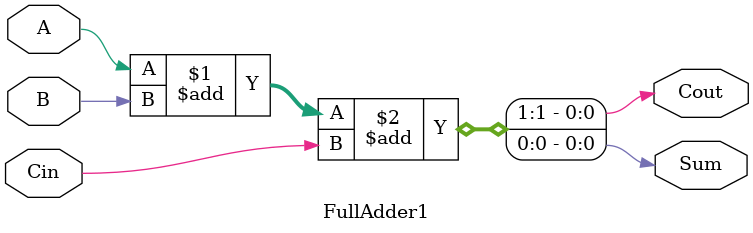
<source format=sv>
`timescale 1ns / 1ps
module SerialAdder (
    input logic clk,
    input logic rst,
    input logic [3:0] a,    // 4-bit input A
    input logic [3:0] b,    // 4-bit input B
    input logic cin,        // Initial carry-in
    output logic [4:0] sum, // 5-bit sum output (to include final carry)
    output logic done       // Done signal
);

    // Internal registers
    logic [3:0] a_reg, b_reg;  // Shift registers for A and B
    logic carry;               // Carry for each bit addition
    logic [4:0] sum_reg;       // Shift register to accumulate the sum
    logic [2:0] bit_count;     // Counter to track the number of processed bits
    logic sum_bit;             // Temporary sum bit
    logic next_carry;          // Temporary next carry

    // Full adder instance
    FullAdder1 fa (
        .A(a_reg[0]),         // Current LSB of A
        .B(b_reg[0]),         // Current LSB of B
        .Cin(carry),          // Carry-in
        .Sum(sum_bit),        // Temporary sum bit
        .Cout(next_carry)     // Next carry-out
    );

    always_ff @(posedge clk or posedge rst) begin
        if (rst) begin
            // Reset all registers and signals
            a_reg <= a;         // Load input A into the shift register
            b_reg <= b;         // Load input B into the shift register
            sum_reg <= 0;       // Clear the sum register
            carry <= cin;       // Initialize carry-in
            bit_count <= 0;     // Reset the bit counter
            done <= 0;          // Clear the done signal
        end else if (bit_count < 4) begin
            // Perform addition for each bit
            sum_reg <= {sum_bit, sum_reg[4:1]}; // Store sum bit and shift sum right
            a_reg <= {1'b0, a_reg[3:1]};        // Shift A to the right
            b_reg <= {1'b0, b_reg[3:1]};        // Shift B to the right
            carry <= next_carry;                // Update carry for next bit
            bit_count <= bit_count + 1;         // Increment bit counter
        end else begin
            // Finish addition after processing all 4 bits
            sum_reg <= {next_carry, sum_reg[4:1]}; // Store the final carry in MSB
            done <= 1;                             // Indicate completion
        end
    end

    // Assign outputs
    assign sum = sum_reg; // Assign the accumulated sum to the output

endmodule



module FullAdder1 (
    input logic A,
    input logic B,
    input logic Cin,
    output logic Sum,
    output logic Cout
);
    assign {Cout, Sum} = A + B + Cin;
endmodule

</source>
